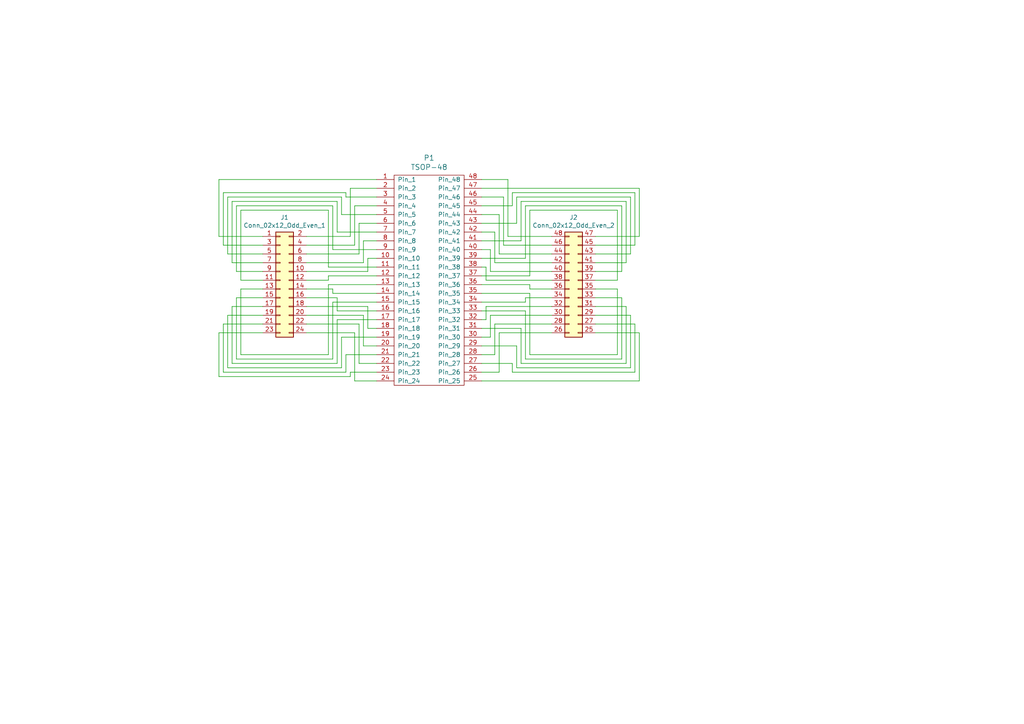
<source format=kicad_sch>
(kicad_sch (version 20211123) (generator eeschema)
  (paper "A4")
  (title_block (title "NANDO TSOP-48 adapter solder") (rev "v1.0"))
  (lib_symbols
    (symbol "nand_programmator:Conn_02x12_Odd_Even_Left" (pin_names (offset 1.016) hide)
      (property "Reference" "J" (at 1.27 15.24 0))
      (property "Value" "Conn_02x12_Odd_Even_Left" (at 1.27 -17.78 0))
      (symbol "Conn_02x12_Odd_Even_Left_1_1"
        (rectangle (start -1.27 -15.113) (end 0 -15.367) (stroke (width 0.1524)))
        (rectangle (start -1.27 -12.573) (end 0 -12.827) (stroke (width 0.1524)))
        (rectangle (start -1.27 -10.033) (end 0 -10.287) (stroke (width 0.1524)))
        (rectangle (start -1.27 -7.493) (end 0 -7.747) (stroke (width 0.1524)))
        (rectangle (start -1.27 -4.953) (end 0 -5.207) (stroke (width 0.1524)))
        (rectangle (start -1.27 -2.413) (end 0 -2.667) (stroke (width 0.1524)))
        (rectangle (start -1.27 0.127) (end 0 -0.127) (stroke (width 0.1524)))
        (rectangle (start -1.27 2.667) (end 0 2.413) (stroke (width 0.1524)))
        (rectangle (start -1.27 5.207) (end 0 4.953) (stroke (width 0.1524)))
        (rectangle (start -1.27 7.747) (end 0 7.493) (stroke (width 0.1524)))
        (rectangle (start -1.27 10.287) (end 0 10.033) (stroke (width 0.1524)))
        (rectangle (start -1.27 12.827) (end 0 12.573) (stroke (width 0.1524)))
        (rectangle (start -1.27 13.97) (end 3.81 -16.51) (stroke (width 0.254)) (fill (type background)))
        (rectangle (start 3.81 -15.113) (end 2.54 -15.367) (stroke (width 0.1524)))
        (rectangle (start 3.81 -12.573) (end 2.54 -12.827) (stroke (width 0.1524)))
        (rectangle (start 3.81 -10.033) (end 2.54 -10.287) (stroke (width 0.1524)))
        (rectangle (start 3.81 -7.493) (end 2.54 -7.747) (stroke (width 0.1524)))
        (rectangle (start 3.81 -4.953) (end 2.54 -5.207) (stroke (width 0.1524)))
        (rectangle (start 3.81 -2.413) (end 2.54 -2.667) (stroke (width 0.1524)))
        (rectangle (start 3.81 0.127) (end 2.54 -0.127) (stroke (width 0.1524)))
        (rectangle (start 3.81 2.667) (end 2.54 2.413) (stroke (width 0.1524)))
        (rectangle (start 3.81 5.207) (end 2.54 4.953) (stroke (width 0.1524)))
        (rectangle (start 3.81 7.747) (end 2.54 7.493) (stroke (width 0.1524)))
        (rectangle (start 3.81 10.287) (end 2.54 10.033) (stroke (width 0.1524)))
        (rectangle (start 3.81 12.827) (end 2.54 12.573) (stroke (width 0.1524)))
        (pin passive line (at -5.08 12.7 0) (length 3.81) (name "Pin_1") (number "1"))
        (pin passive line (at 7.62 2.54 180) (length 3.81) (name "Pin_10") (number "10"))
        (pin passive line (at -5.08 0 0) (length 3.81) (name "Pin_11") (number "11"))
        (pin passive line (at 7.62 0 180) (length 3.81) (name "Pin_12") (number "12"))
        (pin passive line (at -5.08 -2.54 0) (length 3.81) (name "Pin_13") (number "13"))
        (pin passive line (at 7.62 -2.54 180) (length 3.81) (name "Pin_14") (number "14"))
        (pin passive line (at -5.08 -5.08 0) (length 3.81) (name "Pin_15") (number "15"))
        (pin passive line (at 7.62 -5.08 180) (length 3.81) (name "Pin_16") (number "16"))
        (pin passive line (at -5.08 -7.62 0) (length 3.81) (name "Pin_17") (number "17"))
        (pin passive line (at 7.62 -7.62 180) (length 3.81) (name "Pin_18") (number "18"))
        (pin passive line (at -5.08 -10.16 0) (length 3.81) (name "Pin_19") (number "19"))
        (pin passive line (at 7.62 12.7 180) (length 3.81) (name "Pin_2") (number "2"))
        (pin passive line (at 7.62 -10.16 180) (length 3.81) (name "Pin_20") (number "20"))
        (pin passive line (at -5.08 -12.7 0) (length 3.81) (name "Pin_21") (number "21"))
        (pin passive line (at 7.62 -12.7 180) (length 3.81) (name "Pin_22") (number "22"))
        (pin passive line (at -5.08 -15.24 0) (length 3.81) (name "Pin_23") (number "23"))
        (pin passive line (at 7.62 -15.24 180) (length 3.81) (name "Pin_24") (number "24"))
        (pin passive line (at -5.08 10.16 0) (length 3.81) (name "Pin_3") (number "3"))
        (pin passive line (at 7.62 10.16 180) (length 3.81) (name "Pin_4") (number "4"))
        (pin passive line (at -5.08 7.62 0) (length 3.81) (name "Pin_5") (number "5"))
        (pin passive line (at 7.62 7.62 180) (length 3.81) (name "Pin_6") (number "6"))
        (pin passive line (at -5.08 5.08 0) (length 3.81) (name "Pin_7") (number "7"))
        (pin passive line (at 7.62 5.08 180) (length 3.81) (name "Pin_8") (number "8"))
        (pin passive line (at -5.08 2.54 0) (length 3.81) (name "Pin_9") (number "9"))
      )
    )
    (symbol "nand_programmator:Conn_02x12_Odd_Even_Right" (pin_names (offset 1.016) hide)
      (property "Reference" "J" (at 1.27 15.24 0))
      (property "Value" "Conn_02x12_Odd_Even_Right" (at 1.27 -17.78 0))
      (symbol "Conn_02x12_Odd_Even_Right_1_1"
        (rectangle (start -1.27 -15.113) (end 0 -15.367) (stroke (width 0.1524)))
        (rectangle (start -1.27 -12.573) (end 0 -12.827) (stroke (width 0.1524)))
        (rectangle (start -1.27 -10.033) (end 0 -10.287) (stroke (width 0.1524)))
        (rectangle (start -1.27 -7.493) (end 0 -7.747) (stroke (width 0.1524)))
        (rectangle (start -1.27 -4.953) (end 0 -5.207) (stroke (width 0.1524)))
        (rectangle (start -1.27 -2.413) (end 0 -2.667) (stroke (width 0.1524)))
        (rectangle (start -1.27 0.127) (end 0 -0.127) (stroke (width 0.1524)))
        (rectangle (start -1.27 2.667) (end 0 2.413) (stroke (width 0.1524)))
        (rectangle (start -1.27 5.207) (end 0 4.953) (stroke (width 0.1524)))
        (rectangle (start -1.27 7.747) (end 0 7.493) (stroke (width 0.1524)))
        (rectangle (start -1.27 10.287) (end 0 10.033) (stroke (width 0.1524)))
        (rectangle (start -1.27 12.827) (end 0 12.573) (stroke (width 0.1524)))
        (rectangle (start -1.27 13.97) (end 3.81 -16.51) (stroke (width 0.254)) (fill (type background)))
        (rectangle (start 3.81 -15.113) (end 2.54 -15.367) (stroke (width 0.1524)))
        (rectangle (start 3.81 -12.573) (end 2.54 -12.827) (stroke (width 0.1524)))
        (rectangle (start 3.81 -10.033) (end 2.54 -10.287) (stroke (width 0.1524)))
        (rectangle (start 3.81 -7.493) (end 2.54 -7.747) (stroke (width 0.1524)))
        (rectangle (start 3.81 -4.953) (end 2.54 -5.207) (stroke (width 0.1524)))
        (rectangle (start 3.81 -2.413) (end 2.54 -2.667) (stroke (width 0.1524)))
        (rectangle (start 3.81 0.127) (end 2.54 -0.127) (stroke (width 0.1524)))
        (rectangle (start 3.81 2.667) (end 2.54 2.413) (stroke (width 0.1524)))
        (rectangle (start 3.81 5.207) (end 2.54 4.953) (stroke (width 0.1524)))
        (rectangle (start 3.81 7.747) (end 2.54 7.493) (stroke (width 0.1524)))
        (rectangle (start 3.81 10.287) (end 2.54 10.033) (stroke (width 0.1524)))
        (rectangle (start 3.81 12.827) (end 2.54 12.573) (stroke (width 0.1524)))
        (pin passive line (at 7.62 -15.24 180) (length 3.81) (name "Pin_25") (number "25"))
        (pin passive line (at -5.08 -15.24 0) (length 3.81) (name "Pin_26") (number "26"))
        (pin passive line (at 7.62 -12.7 180) (length 3.81) (name "Pin_27") (number "27"))
        (pin passive line (at -5.08 -12.7 0) (length 3.81) (name "Pin_28") (number "28"))
        (pin passive line (at 7.62 -10.16 180) (length 3.81) (name "Pin_29") (number "29"))
        (pin passive line (at -5.08 -10.16 0) (length 3.81) (name "Pin_30") (number "30"))
        (pin passive line (at 7.62 -7.62 180) (length 3.81) (name "Pin_31") (number "31"))
        (pin passive line (at -5.08 -7.62 0) (length 3.81) (name "Pin_32") (number "32"))
        (pin passive line (at 7.62 -5.08 180) (length 3.81) (name "Pin_33") (number "33"))
        (pin passive line (at -5.08 -5.08 0) (length 3.81) (name "Pin_34") (number "34"))
        (pin passive line (at 7.62 -2.54 180) (length 3.81) (name "Pin_35") (number "35"))
        (pin passive line (at -5.08 -2.54 0) (length 3.81) (name "Pin_36") (number "36"))
        (pin passive line (at 7.62 0 180) (length 3.81) (name "Pin_37") (number "37"))
        (pin passive line (at -5.08 0 0) (length 3.81) (name "Pin_38") (number "38"))
        (pin passive line (at 7.62 2.54 180) (length 3.81) (name "Pin_39") (number "39"))
        (pin passive line (at -5.08 2.54 0) (length 3.81) (name "Pin_40") (number "40"))
        (pin passive line (at 7.62 5.08 180) (length 3.81) (name "Pin_41") (number "41"))
        (pin passive line (at -5.08 5.08 0) (length 3.81) (name "Pin_42") (number "42"))
        (pin passive line (at 7.62 7.62 180) (length 3.81) (name "Pin_43") (number "43"))
        (pin passive line (at -5.08 7.62 0) (length 3.81) (name "Pin_44") (number "44"))
        (pin passive line (at 7.62 10.16 180) (length 3.81) (name "Pin_45") (number "45"))
        (pin passive line (at -5.08 10.16 0) (length 3.81) (name "Pin_46") (number "46"))
        (pin passive line (at 7.62 12.7 180) (length 3.81) (name "Pin_47") (number "47"))
        (pin passive line (at -5.08 12.7 0) (length 3.81) (name "Pin_48") (number "48"))
      )
    )
    (symbol "nand_programmator:TSOP-48_adapter" (pin_names (offset 1.016))
      (property "Reference" "P" (at 0 -43.18 0))
      (property "Value" "TSOP-48_adapter" (at 0 21.59 0))
      (symbol "TSOP-48_adapter_0_1"
        (rectangle (start -10.16 19.05) (end 10.16 -41.91))
      )
      (symbol "TSOP-48_adapter_1_1"
        (pin passive line (at -15.24 17.78 0) (length 5.08) (name "Pin_1") (number "1"))
        (pin passive line (at -15.24 -5.08 0) (length 5.08) (name "Pin_10") (number "10"))
        (pin passive line (at -15.24 -7.62 0) (length 5.08) (name "Pin_11") (number "11"))
        (pin passive line (at -15.24 -10.16 0) (length 5.08) (name "Pin_12") (number "12"))
        (pin passive line (at -15.24 -12.7 0) (length 5.08) (name "Pin_13") (number "13"))
        (pin passive line (at -15.24 -15.24 0) (length 5.08) (name "Pin_14") (number "14"))
        (pin passive line (at -15.24 -17.78 0) (length 5.08) (name "Pin_15") (number "15"))
        (pin passive line (at -15.24 -20.32 0) (length 5.08) (name "Pin_16") (number "16"))
        (pin passive line (at -15.24 -22.86 0) (length 5.08) (name "Pin_17") (number "17"))
        (pin passive line (at -15.24 -25.4 0) (length 5.08) (name "Pin_18") (number "18"))
        (pin passive line (at -15.24 -27.94 0) (length 5.08) (name "Pin_19") (number "19"))
        (pin passive line (at -15.24 15.24 0) (length 5.08) (name "Pin_2") (number "2"))
        (pin passive line (at -15.24 -30.48 0) (length 5.08) (name "Pin_20") (number "20"))
        (pin passive line (at -15.24 -33.02 0) (length 5.08) (name "Pin_21") (number "21"))
        (pin passive line (at -15.24 -35.56 0) (length 5.08) (name "Pin_22") (number "22"))
        (pin passive line (at -15.24 -38.1 0) (length 5.08) (name "Pin_23") (number "23"))
        (pin passive line (at -15.24 -40.64 0) (length 5.08) (name "Pin_24") (number "24"))
        (pin passive line (at 15.24 -40.64 180) (length 5.08) (name "Pin_25") (number "25"))
        (pin passive line (at 15.24 -38.1 180) (length 5.08) (name "Pin_26") (number "26"))
        (pin passive line (at 15.24 -35.56 180) (length 5.08) (name "Pin_27") (number "27"))
        (pin passive line (at 15.24 -33.02 180) (length 5.08) (name "Pin_28") (number "28"))
        (pin passive line (at 15.24 -30.48 180) (length 5.08) (name "Pin_29") (number "29"))
        (pin passive line (at -15.24 12.7 0) (length 5.08) (name "Pin_3") (number "3"))
        (pin passive line (at 15.24 -27.94 180) (length 5.08) (name "Pin_30") (number "30"))
        (pin passive line (at 15.24 -25.4 180) (length 5.08) (name "Pin_31") (number "31"))
        (pin passive line (at 15.24 -22.86 180) (length 5.08) (name "Pin_32") (number "32"))
        (pin passive line (at 15.24 -20.32 180) (length 5.08) (name "Pin_33") (number "33"))
        (pin passive line (at 15.24 -17.78 180) (length 5.08) (name "Pin_34") (number "34"))
        (pin passive line (at 15.24 -15.24 180) (length 5.08) (name "Pin_35") (number "35"))
        (pin passive line (at 15.24 -12.7 180) (length 5.08) (name "Pin_36") (number "36"))
        (pin passive line (at 15.24 -10.16 180) (length 5.08) (name "Pin_37") (number "37"))
        (pin passive line (at 15.24 -7.62 180) (length 5.08) (name "Pin_38") (number "38"))
        (pin passive line (at 15.24 -5.08 180) (length 5.08) (name "Pin_39") (number "39"))
        (pin passive line (at -15.24 10.16 0) (length 5.08) (name "Pin_4") (number "4"))
        (pin passive line (at 15.24 -2.54 180) (length 5.08) (name "Pin_40") (number "40"))
        (pin passive line (at 15.24 0 180) (length 5.08) (name "Pin_41") (number "41"))
        (pin passive line (at 15.24 2.54 180) (length 5.08) (name "Pin_42") (number "42"))
        (pin passive line (at 15.24 5.08 180) (length 5.08) (name "Pin_43") (number "43"))
        (pin passive line (at 15.24 7.62 180) (length 5.08) (name "Pin_44") (number "44"))
        (pin passive line (at 15.24 10.16 180) (length 5.08) (name "Pin_45") (number "45"))
        (pin passive line (at 15.24 12.7 180) (length 5.08) (name "Pin_46") (number "46"))
        (pin passive line (at 15.24 15.24 180) (length 5.08) (name "Pin_47") (number "47"))
        (pin passive line (at 15.24 17.78 180) (length 5.08) (name "Pin_48") (number "48"))
        (pin passive line (at -15.24 7.62 0) (length 5.08) (name "Pin_5") (number "5"))
        (pin passive line (at -15.24 5.08 0) (length 5.08) (name "Pin_6") (number "6"))
        (pin passive line (at -15.24 2.54 0) (length 5.08) (name "Pin_7") (number "7"))
        (pin passive line (at -15.24 0 0) (length 5.08) (name "Pin_8") (number "8"))
        (pin passive line (at -15.24 -2.54 0) (length 5.08) (name "Pin_9") (number "9"))
      )
    )
  )
  (wire (pts (xy 76.2 96.52) (xy 63.5 96.52)))
  (wire (pts (xy 96.52 85.09) (xy 109.22 85.09)))
  (wire (pts (xy 140.97 81.28) (xy 140.97 77.47)))
  (wire (pts (xy 179.07 83.82) (xy 179.07 102.87)))
  (wire (pts (xy 64.77 107.95) (xy 100.33 107.95)))
  (wire (pts (xy 172.72 76.2) (xy 181.61 76.2)))
  (wire (pts (xy 95.25 60.96) (xy 95.25 77.47)))
  (wire (pts (xy 160.02 83.82) (xy 153.67 83.82)))
  (wire (pts (xy 180.34 104.14) (xy 152.4 104.14)))
  (wire (pts (xy 152.4 87.63) (xy 139.7 87.63)))
  (wire (pts (xy 152.4 74.93) (xy 139.7 74.93)))
  (wire (pts (xy 184.15 71.12) (xy 184.15 55.88)))
  (wire (pts (xy 147.32 52.07) (xy 139.7 52.07)))
  (wire (pts (xy 68.58 59.69) (xy 96.52 59.69)))
  (wire (pts (xy 68.58 78.74) (xy 68.58 59.69)))
  (wire (pts (xy 149.86 57.15) (xy 149.86 64.77)))
  (wire (pts (xy 142.24 72.39) (xy 139.7 72.39)))
  (wire (pts (xy 160.02 91.44) (xy 142.24 91.44)))
  (wire (pts (xy 144.78 96.52) (xy 144.78 107.95)))
  (wire (pts (xy 151.13 95.25) (xy 139.7 95.25)))
  (wire (pts (xy 172.72 81.28) (xy 179.07 81.28)))
  (wire (pts (xy 160.02 88.9) (xy 140.97 88.9)))
  (wire (pts (xy 143.51 67.31) (xy 139.7 67.31)))
  (wire (pts (xy 100.33 102.87) (xy 109.22 102.87)))
  (wire (pts (xy 69.85 102.87) (xy 95.25 102.87)))
  (wire (pts (xy 153.67 60.96) (xy 153.67 80.01)))
  (wire (pts (xy 63.5 68.58) (xy 63.5 52.07)))
  (wire (pts (xy 76.2 68.58) (xy 63.5 68.58)))
  (wire (pts (xy 96.52 87.63) (xy 109.22 87.63)))
  (wire (pts (xy 104.14 105.41) (xy 109.22 105.41)))
  (wire (pts (xy 76.2 73.66) (xy 66.04 73.66)))
  (wire (pts (xy 172.72 93.98) (xy 184.15 93.98)))
  (wire (pts (xy 66.04 57.15) (xy 99.06 57.15)))
  (wire (pts (xy 144.78 107.95) (xy 139.7 107.95)))
  (wire (pts (xy 152.4 90.17) (xy 139.7 90.17)))
  (wire (pts (xy 180.34 59.69) (xy 152.4 59.69)))
  (wire (pts (xy 101.6 109.22) (xy 101.6 107.95)))
  (wire (pts (xy 172.72 88.9) (xy 181.61 88.9)))
  (wire (pts (xy 140.97 88.9) (xy 140.97 92.71)))
  (wire (pts (xy 160.02 78.74) (xy 142.24 78.74)))
  (wire (pts (xy 97.79 92.71) (xy 109.22 92.71)))
  (wire (pts (xy 88.9 71.12) (xy 102.87 71.12)))
  (wire (pts (xy 88.9 91.44) (xy 105.41 91.44)))
  (wire (pts (xy 88.9 78.74) (xy 106.68 78.74)))
  (wire (pts (xy 106.68 88.9) (xy 106.68 95.25)))
  (wire (pts (xy 140.97 92.71) (xy 139.7 92.71)))
  (wire (pts (xy 185.42 110.49) (xy 139.7 110.49)))
  (wire (pts (xy 153.67 80.01) (xy 139.7 80.01)))
  (wire (pts (xy 100.33 57.15) (xy 109.22 57.15)))
  (wire (pts (xy 152.4 59.69) (xy 152.4 74.93)))
  (wire (pts (xy 152.4 104.14) (xy 152.4 90.17)))
  (wire (pts (xy 153.67 102.87) (xy 153.67 85.09)))
  (wire (pts (xy 179.07 102.87) (xy 153.67 102.87)))
  (wire (pts (xy 76.2 91.44) (xy 66.04 91.44)))
  (wire (pts (xy 184.15 107.95) (xy 148.59 107.95)))
  (wire (pts (xy 149.86 100.33) (xy 139.7 100.33)))
  (wire (pts (xy 143.51 93.98) (xy 143.51 102.87)))
  (wire (pts (xy 160.02 76.2) (xy 143.51 76.2)))
  (wire (pts (xy 95.25 80.01) (xy 109.22 80.01)))
  (wire (pts (xy 106.68 95.25) (xy 109.22 95.25)))
  (wire (pts (xy 153.67 83.82) (xy 153.67 82.55)))
  (wire (pts (xy 67.31 76.2) (xy 67.31 58.42)))
  (wire (pts (xy 185.42 54.61) (xy 139.7 54.61)))
  (wire (pts (xy 97.79 86.36) (xy 97.79 90.17)))
  (wire (pts (xy 68.58 86.36) (xy 68.58 104.14)))
  (wire (pts (xy 153.67 85.09) (xy 139.7 85.09)))
  (wire (pts (xy 144.78 62.23) (xy 139.7 62.23)))
  (wire (pts (xy 69.85 60.96) (xy 95.25 60.96)))
  (wire (pts (xy 88.9 88.9) (xy 106.68 88.9)))
  (wire (pts (xy 172.72 68.58) (xy 185.42 68.58)))
  (wire (pts (xy 66.04 91.44) (xy 66.04 106.68)))
  (wire (pts (xy 97.79 58.42) (xy 97.79 67.31)))
  (wire (pts (xy 76.2 86.36) (xy 68.58 86.36)))
  (wire (pts (xy 106.68 74.93) (xy 109.22 74.93)))
  (wire (pts (xy 67.31 105.41) (xy 97.79 105.41)))
  (wire (pts (xy 160.02 93.98) (xy 143.51 93.98)))
  (wire (pts (xy 102.87 110.49) (xy 109.22 110.49)))
  (wire (pts (xy 179.07 81.28) (xy 179.07 60.96)))
  (wire (pts (xy 102.87 71.12) (xy 102.87 59.69)))
  (wire (pts (xy 181.61 88.9) (xy 181.61 105.41)))
  (wire (pts (xy 160.02 71.12) (xy 146.05 71.12)))
  (wire (pts (xy 172.72 91.44) (xy 182.88 91.44)))
  (wire (pts (xy 76.2 78.74) (xy 68.58 78.74)))
  (wire (pts (xy 185.42 96.52) (xy 185.42 110.49)))
  (wire (pts (xy 105.41 69.85) (xy 109.22 69.85)))
  (wire (pts (xy 182.88 91.44) (xy 182.88 106.68)))
  (wire (pts (xy 180.34 78.74) (xy 180.34 59.69)))
  (wire (pts (xy 152.4 86.36) (xy 152.4 87.63)))
  (wire (pts (xy 88.9 83.82) (xy 96.52 83.82)))
  (wire (pts (xy 104.14 64.77) (xy 109.22 64.77)))
  (wire (pts (xy 100.33 55.88) (xy 100.33 57.15)))
  (wire (pts (xy 63.5 109.22) (xy 101.6 109.22)))
  (wire (pts (xy 105.41 100.33) (xy 109.22 100.33)))
  (wire (pts (xy 88.9 96.52) (xy 102.87 96.52)))
  (wire (pts (xy 95.25 81.28) (xy 95.25 80.01)))
  (wire (pts (xy 88.9 81.28) (xy 95.25 81.28)))
  (wire (pts (xy 88.9 86.36) (xy 97.79 86.36)))
  (wire (pts (xy 69.85 83.82) (xy 69.85 102.87)))
  (wire (pts (xy 64.77 93.98) (xy 64.77 107.95)))
  (wire (pts (xy 148.59 59.69) (xy 139.7 59.69)))
  (wire (pts (xy 102.87 59.69) (xy 109.22 59.69)))
  (wire (pts (xy 68.58 104.14) (xy 96.52 104.14)))
  (wire (pts (xy 172.72 83.82) (xy 179.07 83.82)))
  (wire (pts (xy 99.06 106.68) (xy 99.06 97.79)))
  (wire (pts (xy 88.9 68.58) (xy 101.6 68.58)))
  (wire (pts (xy 88.9 76.2) (xy 105.41 76.2)))
  (wire (pts (xy 172.72 73.66) (xy 182.88 73.66)))
  (wire (pts (xy 185.42 68.58) (xy 185.42 54.61)))
  (wire (pts (xy 95.25 77.47) (xy 109.22 77.47)))
  (wire (pts (xy 142.24 78.74) (xy 142.24 72.39)))
  (wire (pts (xy 88.9 73.66) (xy 104.14 73.66)))
  (wire (pts (xy 144.78 73.66) (xy 144.78 62.23)))
  (wire (pts (xy 153.67 82.55) (xy 139.7 82.55)))
  (wire (pts (xy 96.52 59.69) (xy 96.52 72.39)))
  (wire (pts (xy 184.15 55.88) (xy 148.59 55.88)))
  (wire (pts (xy 142.24 97.79) (xy 139.7 97.79)))
  (wire (pts (xy 76.2 88.9) (xy 67.31 88.9)))
  (wire (pts (xy 96.52 104.14) (xy 96.52 87.63)))
  (wire (pts (xy 69.85 81.28) (xy 69.85 60.96)))
  (wire (pts (xy 100.33 107.95) (xy 100.33 102.87)))
  (wire (pts (xy 143.51 76.2) (xy 143.51 67.31)))
  (wire (pts (xy 76.2 76.2) (xy 67.31 76.2)))
  (wire (pts (xy 76.2 93.98) (xy 64.77 93.98)))
  (wire (pts (xy 146.05 71.12) (xy 146.05 57.15)))
  (wire (pts (xy 160.02 73.66) (xy 144.78 73.66)))
  (wire (pts (xy 151.13 69.85) (xy 139.7 69.85)))
  (wire (pts (xy 66.04 106.68) (xy 99.06 106.68)))
  (wire (pts (xy 99.06 57.15) (xy 99.06 62.23)))
  (wire (pts (xy 97.79 67.31) (xy 109.22 67.31)))
  (wire (pts (xy 146.05 57.15) (xy 139.7 57.15)))
  (wire (pts (xy 99.06 62.23) (xy 109.22 62.23)))
  (wire (pts (xy 99.06 97.79) (xy 109.22 97.79)))
  (wire (pts (xy 181.61 58.42) (xy 151.13 58.42)))
  (wire (pts (xy 96.52 83.82) (xy 96.52 85.09)))
  (wire (pts (xy 148.59 105.41) (xy 139.7 105.41)))
  (wire (pts (xy 95.25 82.55) (xy 109.22 82.55)))
  (wire (pts (xy 67.31 88.9) (xy 67.31 105.41)))
  (wire (pts (xy 160.02 81.28) (xy 140.97 81.28)))
  (wire (pts (xy 181.61 105.41) (xy 151.13 105.41)))
  (wire (pts (xy 64.77 71.12) (xy 64.77 55.88)))
  (wire (pts (xy 172.72 86.36) (xy 180.34 86.36)))
  (wire (pts (xy 180.34 86.36) (xy 180.34 104.14)))
  (wire (pts (xy 67.31 58.42) (xy 97.79 58.42)))
  (wire (pts (xy 147.32 68.58) (xy 147.32 52.07)))
  (wire (pts (xy 184.15 93.98) (xy 184.15 107.95)))
  (wire (pts (xy 97.79 105.41) (xy 97.79 92.71)))
  (wire (pts (xy 101.6 107.95) (xy 109.22 107.95)))
  (wire (pts (xy 149.86 106.68) (xy 149.86 100.33)))
  (wire (pts (xy 140.97 77.47) (xy 139.7 77.47)))
  (wire (pts (xy 88.9 93.98) (xy 104.14 93.98)))
  (wire (pts (xy 63.5 52.07) (xy 109.22 52.07)))
  (wire (pts (xy 148.59 55.88) (xy 148.59 59.69)))
  (wire (pts (xy 95.25 102.87) (xy 95.25 82.55)))
  (wire (pts (xy 69.85 81.28) (xy 76.2 81.28)))
  (wire (pts (xy 66.04 73.66) (xy 66.04 57.15)))
  (wire (pts (xy 172.72 78.74) (xy 180.34 78.74)))
  (wire (pts (xy 97.79 90.17) (xy 109.22 90.17)))
  (wire (pts (xy 182.88 57.15) (xy 149.86 57.15)))
  (wire (pts (xy 105.41 76.2) (xy 105.41 69.85)))
  (wire (pts (xy 151.13 58.42) (xy 151.13 69.85)))
  (wire (pts (xy 160.02 86.36) (xy 152.4 86.36)))
  (wire (pts (xy 160.02 96.52) (xy 144.78 96.52)))
  (wire (pts (xy 105.41 91.44) (xy 105.41 100.33)))
  (wire (pts (xy 104.14 73.66) (xy 104.14 64.77)))
  (wire (pts (xy 76.2 83.82) (xy 69.85 83.82)))
  (wire (pts (xy 102.87 96.52) (xy 102.87 110.49)))
  (wire (pts (xy 179.07 60.96) (xy 153.67 60.96)))
  (wire (pts (xy 182.88 106.68) (xy 149.86 106.68)))
  (wire (pts (xy 96.52 72.39) (xy 109.22 72.39)))
  (wire (pts (xy 151.13 105.41) (xy 151.13 95.25)))
  (wire (pts (xy 148.59 107.95) (xy 148.59 105.41)))
  (wire (pts (xy 149.86 64.77) (xy 139.7 64.77)))
  (wire (pts (xy 172.72 96.52) (xy 185.42 96.52)))
  (wire (pts (xy 181.61 76.2) (xy 181.61 58.42)))
  (wire (pts (xy 106.68 78.74) (xy 106.68 74.93)))
  (wire (pts (xy 160.02 68.58) (xy 147.32 68.58)))
  (wire (pts (xy 182.88 73.66) (xy 182.88 57.15)))
  (wire (pts (xy 172.72 71.12) (xy 184.15 71.12)))
  (wire (pts (xy 101.6 68.58) (xy 101.6 54.61)))
  (wire (pts (xy 64.77 55.88) (xy 100.33 55.88)))
  (wire (pts (xy 101.6 54.61) (xy 109.22 54.61)))
  (wire (pts (xy 142.24 91.44) (xy 142.24 97.79)))
  (wire (pts (xy 63.5 96.52) (xy 63.5 109.22)))
  (wire (pts (xy 76.2 71.12) (xy 64.77 71.12)))
  (wire (pts (xy 143.51 102.87) (xy 139.7 102.87)))
  (wire (pts (xy 104.14 93.98) (xy 104.14 105.41)))
  (symbol (lib_id "nand_programmator:TSOP-48_adapter") (at 124.46 69.85 0) (unit 1)
    (property "Reference" "P1" (at 124.46 45.7962 0) (effects (font (size 1.524 1.524))))
    (property "Value" "TSOP-48" (at 124.46 48.4886 0) (effects (font (size 1.524 1.524))))
    (property "Footprint" "lib_fp:TSOP-I-48_18.4x12mm_P0.5mm" (effects hide))
  )
  (symbol (lib_id "nand_programmator:Conn_02x12_Odd_Even_Left") (at 81.28 81.28 0) (unit 1)
    (property "Reference" "J1" (at 82.55 63.0682 0))
    (property "Value" "Conn_02x12_Odd_Even_1" (at 82.55 65.3796 0))
    (property "Footprint" "lib_fp:PinSocket_2x12_P2.54mm_Vertical" (effects hide))
  )
  (symbol (lib_id "nand_programmator:Conn_02x12_Odd_Even_Right") (at 165.1 81.28 0) (unit 1)
    (property "Reference" "J2" (at 166.37 63.0682 0))
    (property "Value" "Conn_02x12_Odd_Even_2" (at 166.37 65.3796 0))
    (property "Footprint" "lib_fp:PinSocket_2x12_P2.54mm_Vertical_2" (effects hide))
  )
)
</source>
